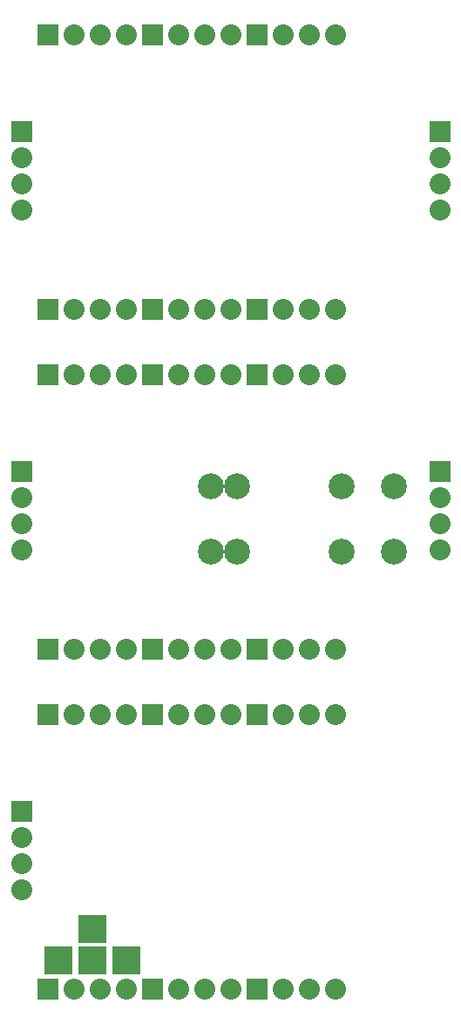
<source format=gbs>
G04 #@! TF.FileFunction,Soldermask,Bot*
%FSLAX45Y45*%
G04 Gerber Fmt 4.5, Leading zero omitted, Abs format (unit mm)*
G04 Created by KiCad (PCBNEW (after 2015-may-25 BZR unknown)-product) date 15/07/2015 13:23:27*
%MOMM*%
G01*
G04 APERTURE LIST*
%ADD10C,0.150000*%
%ADD11R,2.032000X2.032000*%
%ADD12C,2.032000*%
%ADD13C,2.506980*%
%ADD14R,2.743200X2.743200*%
G04 APERTURE END LIST*
D10*
D11*
X22987000Y-5257800D03*
D12*
X22987000Y-5511800D03*
X22987000Y-5765800D03*
X22987000Y-6019800D03*
D11*
X21209000Y-4318000D03*
D12*
X21463000Y-4318000D03*
X21717000Y-4318000D03*
X21971000Y-4318000D03*
D11*
X20193000Y-4318000D03*
D12*
X20447000Y-4318000D03*
X20701000Y-4318000D03*
X20955000Y-4318000D03*
D11*
X19177000Y-4318000D03*
D12*
X19431000Y-4318000D03*
X19685000Y-4318000D03*
X19939000Y-4318000D03*
D11*
X21209000Y-6985000D03*
D12*
X21463000Y-6985000D03*
X21717000Y-6985000D03*
X21971000Y-6985000D03*
D11*
X20193000Y-6985000D03*
D12*
X20447000Y-6985000D03*
X20701000Y-6985000D03*
X20955000Y-6985000D03*
D11*
X19177000Y-6985000D03*
D12*
X19431000Y-6985000D03*
X19685000Y-6985000D03*
X19939000Y-6985000D03*
D11*
X18923000Y-5257800D03*
D12*
X18923000Y-5511800D03*
X18923000Y-5765800D03*
X18923000Y-6019800D03*
D11*
X22987000Y-8559800D03*
D12*
X22987000Y-8813800D03*
X22987000Y-9067800D03*
X22987000Y-9321800D03*
D11*
X21209000Y-7620000D03*
D12*
X21463000Y-7620000D03*
X21717000Y-7620000D03*
X21971000Y-7620000D03*
D11*
X20193000Y-7620000D03*
D12*
X20447000Y-7620000D03*
X20701000Y-7620000D03*
X20955000Y-7620000D03*
D11*
X19177000Y-7620000D03*
D12*
X19431000Y-7620000D03*
X19685000Y-7620000D03*
X19939000Y-7620000D03*
D11*
X21209000Y-10287000D03*
D12*
X21463000Y-10287000D03*
X21717000Y-10287000D03*
X21971000Y-10287000D03*
D11*
X20193000Y-10287000D03*
D12*
X20447000Y-10287000D03*
X20701000Y-10287000D03*
X20955000Y-10287000D03*
D11*
X19177000Y-10287000D03*
D12*
X19431000Y-10287000D03*
X19685000Y-10287000D03*
X19939000Y-10287000D03*
D11*
X18923000Y-8559800D03*
D12*
X18923000Y-8813800D03*
X18923000Y-9067800D03*
X18923000Y-9321800D03*
D13*
X20764500Y-8699500D03*
X21018500Y-8699500D03*
X22034500Y-8699500D03*
X22542500Y-8699500D03*
X20764500Y-9334500D03*
X21018500Y-9334500D03*
X22034500Y-9334500D03*
X22542500Y-9334500D03*
D11*
X21209000Y-10922000D03*
D12*
X21463000Y-10922000D03*
X21717000Y-10922000D03*
X21971000Y-10922000D03*
D11*
X20193000Y-10922000D03*
D12*
X20447000Y-10922000D03*
X20701000Y-10922000D03*
X20955000Y-10922000D03*
D11*
X19177000Y-10922000D03*
D12*
X19431000Y-10922000D03*
X19685000Y-10922000D03*
X19939000Y-10922000D03*
D11*
X21209000Y-13589000D03*
D12*
X21463000Y-13589000D03*
X21717000Y-13589000D03*
X21971000Y-13589000D03*
D11*
X20193000Y-13589000D03*
D12*
X20447000Y-13589000D03*
X20701000Y-13589000D03*
X20955000Y-13589000D03*
D11*
X19177000Y-13589000D03*
D12*
X19431000Y-13589000D03*
X19685000Y-13589000D03*
X19939000Y-13589000D03*
D11*
X18923000Y-11861800D03*
D12*
X18923000Y-12115800D03*
X18923000Y-12369800D03*
X18923000Y-12623800D03*
D14*
X19939000Y-13309600D03*
X19608800Y-13309600D03*
X19278600Y-13309600D03*
X19608800Y-13004800D03*
M02*

</source>
